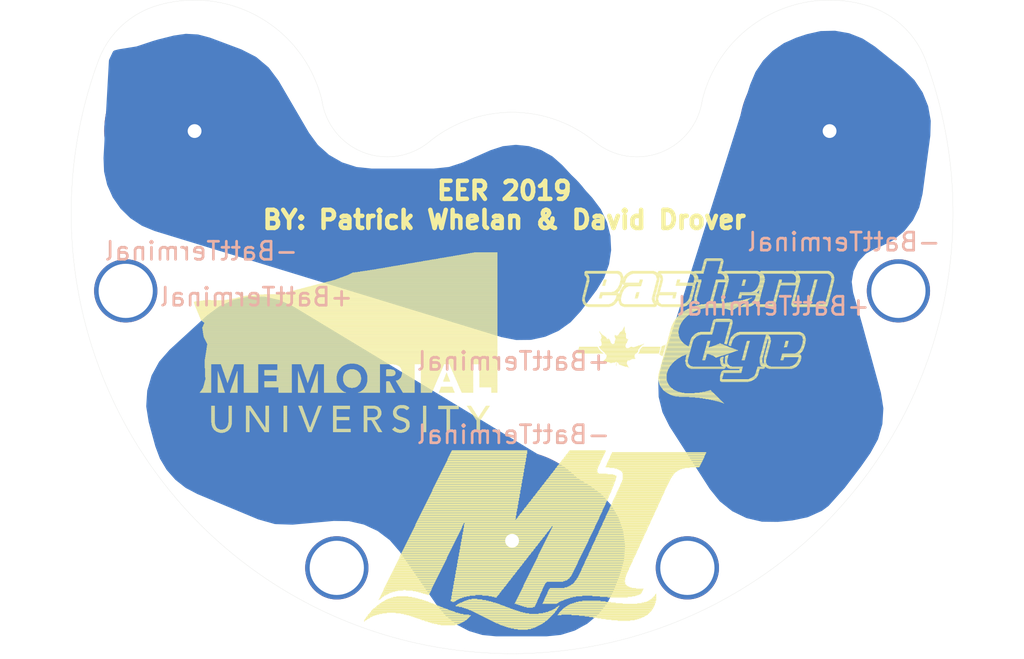
<source format=kicad_pcb>
(kicad_pcb (version 20171130) (host pcbnew "(5.0.1)-3")
  (layers (0 F.Cu signal) (31 B.Cu signal) (34 B.Paste user) (35 F.Paste user) (36 B.SilkS user) (37 F.SilkS user) (38 B.Mask user) (39 F.Mask user) (44 Edge.Cuts user))
  (net 0 "")
  (net 1 "Net-(BT1-Pad1)")
  (net 2 "Net-(BT3-Pad1)")
  (net 3 "Net-(BT5-Pad1)")
  (module "EER:M3 Mounting Hole" (layer F.Cu) (at 109.7 119.65)
    (fp_text reference REF** hide)
    (fp_text value "M3 Mounting Hole")
    (pad 1 thru_hole circle (at 0 0) (size 3.5 3.5) (drill 3) (layers *.Cu *.Mask))
  )
  (module "EER:M3 Mounting Hole" (layer F.Cu) (at 121.38 104.31)
    (fp_text reference REF** hide)
    (fp_text value "M3 Mounting Hole")
    (pad 1 thru_hole circle (at 0 0) (size 3.5 3.5) (drill 3) (layers *.Cu *.Mask))
  )
  (module "EER:M3 Mounting Hole" (layer F.Cu) (at 90.3 119.65)
    (fp_text reference REF** hide)
    (fp_text value "M3 Mounting Hole")
    (pad 1 thru_hole circle (at 0 0) (size 3.5 3.5) (drill 3) (layers *.Cu *.Mask))
  )
  (module "EER:-Batt Terminal" (layer B.Cu) (at 82.43 95.46)
    (fp_text reference BT1 hide)
    (fp_text value -BattTerminal (at 0.374 6.648) (layer B.SilkS) (effects (justify mirror)))
    (pad 1 thru_hole circle (at 0 0) (size 10 10) (drill 0.765) (layers B.Cu B.Mask) (net 1 "Net-(BT1-Pad1)"))
  )
  (module "EER:+Batt Terminal" (layer B.Cu) (at 100 101.67)
    (fp_text reference BT2 hide)
    (fp_text value +BattTerminal (at 0.076 6.534) (layer B.SilkS) (effects (justify mirror)))
    (pad 1 smd circle (at 0 0) (size 10 10) (layers B.Cu B.Paste B.Mask) (net 1 "Net-(BT1-Pad1)"))
  )
  (module "EER:-Batt Terminal" (layer B.Cu) (at 117.57 95.46)
    (fp_text reference BT3 hide)
    (fp_text value -BattTerminal (at 0.794 6.14) (layer B.SilkS) (effects (justify mirror)))
    (pad 1 thru_hole circle (at 0 0) (size 10 10) (drill 0.765) (layers B.Cu B.Mask) (net 2 "Net-(BT3-Pad1)"))
  )
  (module "EER:+Batt Terminal" (layer B.Cu) (at 114.45 110.98)
    (fp_text reference BT4 hide)
    (fp_text value +BattTerminal (at 0 -5.824) (layer B.SilkS) (effects (justify mirror)))
    (pad 1 smd circle (at 0 0) (size 10 10) (layers B.Cu B.Paste B.Mask) (net 2 "Net-(BT3-Pad1)"))
  )
  (module "EER:-Batt Terminal" (layer B.Cu) (at 100 118.15)
    (fp_text reference BT5 hide)
    (fp_text value -BattTerminal (at 0.076 -5.882) (layer B.SilkS) (effects (justify mirror)))
    (pad 1 thru_hole circle (at 0 0) (size 10 10) (drill 0.765) (layers B.Cu B.Mask) (net 3 "Net-(BT5-Pad1)"))
  )
  (module "EER:+Batt Terminal" (layer B.Cu) (at 85.55 110.98)
    (fp_text reference BT6 hide)
    (fp_text value +BattTerminal (at 0.302 -6.332) (layer B.SilkS) (effects (justify mirror)))
    (pad 1 smd circle (at 0 0) (size 10 10) (layers B.Cu B.Paste B.Mask) (net 3 "Net-(BT5-Pad1)"))
  )
  (module "EER:M3 Mounting Hole" (layer F.Cu) (at 78.62 104.31)
    (fp_text reference REF** hide)
    (fp_text value "M3 Mounting Hole")
    (pad 1 thru_hole circle (at 0 0) (size 3.5 3.5) (drill 3) (layers *.Cu *.Mask))
  )
  (module EER:EERLOGO (layer F.Cu) (at 101.092 112.268)
    (fp_text reference U$12 hide)
    (fp_text value EERLOGO hide)
  )
  (module EER:MILOGO (layer F.Cu) (at 91.44 124.46)
    (fp_text reference U$16 hide)
    (fp_text value MILOGO hide)
  )
  (module EER:MUNLOGO (layer F.Cu) (at 81.28 113.284)
    (fp_text reference U$15 hide)
    (fp_text value MUNLOGO hide)
  )
  (gr_text "EER 2019\nBY: Patrick Whelan & David Drover" (at 99.568 99.568) (layer F.SilkS) (effects (font (size 1 1) (thickness 0.25))))
  (gr_arc (start 100 100) (end 77.102641 91.569641) (angle -220.4254378) (layer Edge.Cuts) (width 0.01))
  (gr_arc (start 118.205277 93.297173) (end 122.897359 91.569641) (angle -53.44121718) (layer Edge.Cuts) (width 0.01))
  (gr_arc (start 117.572041 95.456227) (end 119.612469 88.499277) (angle -92.80251328) (layer Edge.Cuts) (width 0.01))
  (gr_arc (start 82.427959 95.456227) (end 89.476352 93.75839) (angle -92.80251328) (layer Edge.Cuts) (width 0.01))
  (gr_arc (start 100 101.67039) (end 104.539978 96.01786) (angle -77.54121026) (layer Edge.Cuts) (width 0.01))
  (gr_arc (start 81.794723 93.297173) (end 80.387531 88.499277) (angle -53.44121718) (layer Edge.Cuts) (width 0.01))
  (gr_arc (start 93.092979 93.233511) (end 89.476352 93.75839) (angle -122.1110283) (layer Edge.Cuts) (width 0.01))
  (gr_arc (start 106.907021 93.233511) (end 104.539978 96.01786) (angle -122.1110283) (layer Edge.Cuts) (width 0.01))
  (segment (start 117.57 107.86) (end 114.45 110.98) (width 0.25) (layer B.Cu) (net 2))
  (zone (net 1) (net_name "Net-(BT1-Pad1)") (layer B.Cu) (connect_pads yes (clearance 0.508)) (min_thickness 0.254) (fill yes (arc_segments 16) (thermal_gap 0.508) (thermal_bridge_width 0.508) (smoothing fillet) (radius 4))
    (polygon (pts (xy 82.296 89.916) (xy 86.36 91.44) (xy 89.916 97.536) (xy 96.52 97.536) (xy 101.092 95.504) (xy 106.68 101.6) (xy 102.108 107.696) (xy 77.216 100.076) (xy 77.724 90.932) (xy 78.74 90.932) (xy 80.264 90.424)))
  )
  (zone (net 2) (net_name "Net-(BT3-Pad1)") (layer B.Cu) (connect_pads yes (clearance 0.508)) (min_thickness 0.254) (fill yes (arc_segments 16) (thermal_gap 0.508) (thermal_bridge_width 0.508) (smoothing fillet) (radius 4))
    (polygon (pts (xy 113.792 90.932) (xy 107.696 110.236) (xy 112.268 117.348) (xy 117.348 116.84) (xy 120.904 111.76) (xy 119.38 106.172) (xy 118.364 102.616) (xy 122.428 101.092) (xy 123.444 93.472) (xy 118.364 89.408)))
  )
  (zone (net 3) (net_name "Net-(BT5-Pad1)") (layer B.Cu) (connect_pads yes (clearance 0.508)) (min_thickness 0.254) (fill yes (arc_segments 16) (thermal_gap 0.508) (thermal_bridge_width 0.508) (smoothing fillet) (radius 4))
    (polygon (pts (xy 107.188 116.84) (xy 85.344 103.632) (xy 79.248 109.22) (xy 80.772 114.808) (xy 86.868 117.348) (xy 92.456 116.84) (xy 97.028 123.444) (xy 104.648 123.444)))
  )
)
</source>
